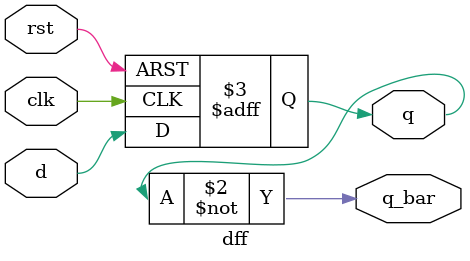
<source format=v>
/*
 * A D-type flip-flop to check synchronous logic works
 * correctly.
 */

module testbench;
  reg d, clk, rst, enable;
  wire q, q_bar;

  dff uut(q, q_bar, d, clk, rst);

  initial clk <= 0;

  always @(clk)
    if (enable)
      #1 clk <= !clk;

  initial begin
    enable <= 1;
    rst <= 1;
    d <= 1'bx;
    #2;
    if (q !== 0)
      begin
        $display("FAILED -- Not reset");
        $finish;
      end
    rst <= 0;
    d <= 1'b1;
    #2;
    if (q !== 1)
      begin
        $display("FAILED -- q not 1 as expected");
        $finish;
      end
    d <= 1'b0;
    #2;
    if (q !== 0)
      begin
        $display("FAILED -- q not 0 as expected");
        $finish;
      end
    rst <= 1;
    #2;
    enable <= 0;  // Alternative to using $finish
    $display("PASSED");
  end

endmodule // testbench

module dff(q, q_bar, d, clk, rst);
  output q, q_bar;
  input d, clk, rst;
  reg q;

  always @(posedge clk or posedge rst)
    if (rst)
      q <= 1'b0;
    else
      q <= d;

  not(q_bar, q);

endmodule // dff

</source>
